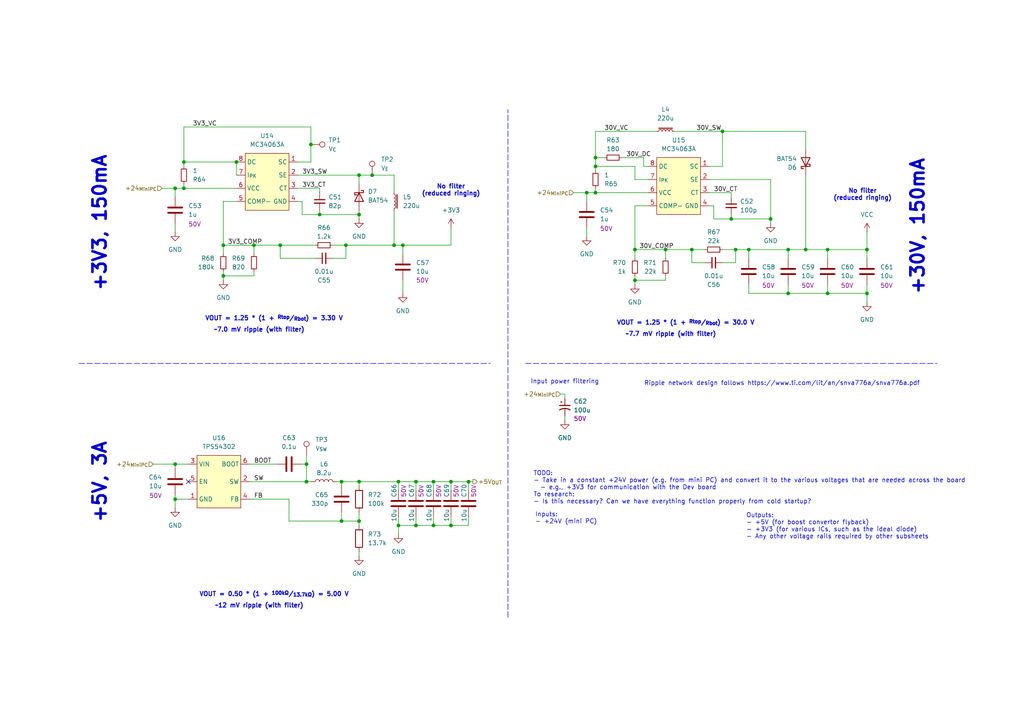
<source format=kicad_sch>
(kicad_sch (version 20250114) (generator "eeschema") (generator_version "9.0")
  (paper "A4")
  (title_block (title "Housekeeping Power Supplies") (date "2025-02-12") (rev "1") (company "UT Robomaster") (comment 1 "Robomaster"))
  (lib_symbols
    (symbol "! Robomaster ICs:MC34063A"
      (property "Reference" "U" (at 0 3.556 0))
      (property "Value" "MC34063A" (at 0 1.524 0))
      (symbol "MC34063A_1_1"
        (rectangle (start -6.35 0) (end 6.35 -16.51) (fill (type background)))
        (pin passive line (at -8.89 -2.54 0) (length 2.54) (name "DC") (number "8"))
        (pin input line (at -8.89 -6.35 0) (length 2.54) (name "I_{PK}") (number "7"))
        (pin power_in line (at -8.89 -10.16 0) (length 2.54) (name "VCC") (number "6"))
        (pin power_in line (at -8.89 -13.97 0) (length 2.54) (name "COMP-") (number "5"))
        (pin passive line (at 8.89 -2.54 180) (length 2.54) (name "SC") (number "1"))
        (pin passive line (at 8.89 -6.35 180) (length 2.54) (name "SE") (number "2"))
        (pin passive line (at 8.89 -10.16 180) (length 2.54) (name "CT") (number "3"))
        (pin power_in line (at 8.89 -13.97 180) (length 2.54) (name "GND") (number "4"))
      )
    )
    (symbol "! Robomaster ICs:TPS54302"
      (property "Reference" "U" (at 0 5.334 0))
      (property "Value" "TPS54302" (at 0 3.048 0))
      (symbol "TPS54302_1_1"
        (rectangle (start -6.35 -1.27) (end 6.35 -16.51) (fill (type background)))
        (pin power_in line (at -8.89 -3.81 0) (length 2.54) (name "VIN") (number "3"))
        (pin input line (at -8.89 -8.89 0) (length 2.54) (name "EN") (number "5"))
        (pin power_in line (at -8.89 -13.97 0) (length 2.54) (name "GND") (number "1"))
        (pin output line (at 8.89 -3.81 180) (length 2.54) (name "BOOT") (number "6"))
        (pin power_out line (at 8.89 -8.89 180) (length 2.54) (name "SW") (number "2"))
        (pin input line (at 8.89 -13.97 180) (length 2.54) (name "FB") (number "4"))
      )
    )
    (symbol "Connector:TestPoint" (pin_numbers (hide yes)) (pin_names (offset 0.762) (hide yes))
      (property "Reference" "TP" (at 0 6.858 0))
      (property "Value" "TestPoint" (at 0 5.08 0))
      (symbol "TestPoint_0_1"
        (circle (center 0 3.302) (radius 0.762))
      )
      (symbol "TestPoint_1_1"
        (pin passive line (at 0 0 90) (length 2.54) (name "1") (number "1"))
      )
    )
    (symbol "Device:C" (pin_numbers (hide yes)) (pin_names (offset 0.254))
      (property "Reference" "C" (at 0.635 2.54 0))
      (property "Value" "C" (at 0.635 -2.54 0))
      (symbol "C_0_1"
        (polyline (pts (xy -2.032 0.762) (xy 2.032 0.762)) (stroke (width 0.508)))
        (polyline (pts (xy -2.032 -0.762) (xy 2.032 -0.762)) (stroke (width 0.508)))
      )
      (symbol "C_1_1"
        (pin passive line (at 0 3.81 270) (length 2.794) (name "~") (number "1"))
        (pin passive line (at 0 -3.81 90) (length 2.794) (name "~") (number "2"))
      )
    )
    (symbol "Device:C_Polarized_Small_US" (pin_numbers (hide yes)) (pin_names (offset 0.254) (hide yes))
      (property "Reference" "C" (at 0.254 1.778 0))
      (property "Value" "C_Polarized_Small_US" (at 0.254 -2.032 0))
      (symbol "C_Polarized_Small_US_0_1"
        (polyline (pts (xy -1.524 0.508) (xy 1.524 0.508)) (stroke (width 0.3048)))
        (polyline (pts (xy -1.27 1.524) (xy -0.762 1.524)))
        (polyline (pts (xy -1.016 1.27) (xy -1.016 1.778)))
        (arc (start -1.524 -0.762) (mid 0 -0.3734) (end 1.524 -0.762) (stroke (width 0.3048)))
      )
      (symbol "C_Polarized_Small_US_1_1"
        (pin passive line (at 0 2.54 270) (length 2.032) (name "~") (number "1"))
        (pin passive line (at 0 -2.54 90) (length 2.032) (name "~") (number "2"))
      )
    )
    (symbol "Device:C_Small" (pin_numbers (hide yes)) (pin_names (offset 0.254) (hide yes))
      (property "Reference" "C" (at 0.254 1.778 0))
      (property "Value" "C_Small" (at 0.254 -2.032 0))
      (symbol "C_Small_0_1"
        (polyline (pts (xy -1.524 0.508) (xy 1.524 0.508)) (stroke (width 0.3048)))
        (polyline (pts (xy -1.524 -0.508) (xy 1.524 -0.508)) (stroke (width 0.3302)))
      )
      (symbol "C_Small_1_1"
        (pin passive line (at 0 2.54 270) (length 2.032) (name "~") (number "1"))
        (pin passive line (at 0 -2.54 90) (length 2.032) (name "~") (number "2"))
      )
    )
    (symbol "Device:D_Schottky" (pin_numbers (hide yes)) (pin_names (offset 1.016) (hide yes))
      (property "Reference" "D6" (at -0.3175 6.35 0))
      (property "Value" "BAT54" (at -0.3175 3.81 0))
      (symbol "D_Schottky_0_1"
        (polyline (pts (xy -1.905 0.635) (xy -1.905 1.27) (xy -1.27 1.27) (xy -1.27 -1.27) (xy -0.635 -1.27) (xy -0.635 -0.635)) (stroke (width 0.254)))
        (polyline (pts (xy 1.27 1.27) (xy 1.27 -1.27) (xy -1.27 0) (xy 1.27 1.27)) (stroke (width 0.254)))
        (polyline (pts (xy 1.27 0) (xy -1.27 0)))
      )
      (symbol "D_Schottky_1_1"
        (pin passive line (at -3.81 0 0) (length 2.54) (name "K") (number "3"))
        (pin passive line (at 3.81 0 180) (length 2.54) (name "A") (number "1"))
      )
    )
    (symbol "Device:L" (pin_numbers (hide yes)) (pin_names (offset 1.016) (hide yes))
      (property "Reference" "L" (at -1.27 0 90))
      (property "Value" "L" (at 1.905 0 90))
      (symbol "L_0_1"
        (arc (start 0 2.54) (mid 0.6323 1.905) (end 0 1.27))
        (arc (start 0 1.27) (mid 0.6323 0.635) (end 0 0))
        (arc (start 0 0) (mid 0.6323 -0.635) (end 0 -1.27))
        (arc (start 0 -1.27) (mid 0.6323 -1.905) (end 0 -2.54))
      )
      (symbol "L_1_1"
        (pin passive line (at 0 3.81 270) (length 1.27) (name "1") (number "1"))
        (pin passive line (at 0 -3.81 90) (length 1.27) (name "2") (number "2"))
      )
    )
    (symbol "Device:L_Iron_Small" (pin_numbers (hide yes)) (pin_names (offset 0.254) (hide yes))
      (property "Reference" "L" (at 1.27 1.016 0))
      (property "Value" "L_Iron_Small" (at 1.27 -1.27 0))
      (symbol "L_Iron_Small_0_1"
        (arc (start 0 2.032) (mid 0.5058 1.524) (end 0 1.016))
        (arc (start 0 1.016) (mid 0.5058 0.508) (end 0 0))
        (arc (start 0 0) (mid 0.5058 -0.508) (end 0 -1.016))
        (arc (start 0 -1.016) (mid 0.5058 -1.524) (end 0 -2.032))
        (polyline (pts (xy 0.762 2.032) (xy 0.762 -2.032)))
        (polyline (pts (xy 1.016 -2.032) (xy 1.016 2.032)))
      )
      (symbol "L_Iron_Small_1_1"
        (pin passive line (at 0 2.54 270) (length 0.508) (name "~") (number "1"))
        (pin passive line (at 0 -2.54 90) (length 0.508) (name "~") (number "2"))
      )
    )
    (symbol "Device:R" (pin_numbers (hide yes)) (pin_names (offset 0))
      (property "Reference" "R" (at 2.032 0 90))
      (property "Value" "R" (at 0 0 90))
      (symbol "R_0_1"
        (rectangle (start -1.016 -2.54) (end 1.016 2.54) (stroke (width 0.254)))
      )
      (symbol "R_1_1"
        (pin passive line (at 0 3.81 270) (length 1.27) (name "~") (number "1"))
        (pin passive line (at 0 -3.81 90) (length 1.27) (name "~") (number "2"))
      )
    )
    (symbol "Device:R_Small" (pin_numbers (hide yes)) (pin_names (offset 0.254) (hide yes))
      (property "Reference" "R" (at 0.762 0.508 0))
      (property "Value" "R_Small" (at 0.762 -1.016 0))
      (symbol "R_Small_0_1"
        (rectangle (start -0.762 1.778) (end 0.762 -1.778) (stroke (width 0.2032)))
      )
      (symbol "R_Small_1_1"
        (pin passive line (at 0 2.54 270) (length 0.762) (name "~") (number "1"))
        (pin passive line (at 0 -2.54 90) (length 0.762) (name "~") (number "2"))
      )
    )
    (symbol "power:+3V3" (power) (pin_numbers (hide yes)) (pin_names (offset 0) (hide yes))
      (property "Value" "+3V3" (at 0 3.556 0))
      (symbol "+3V3_0_1"
        (polyline (pts (xy -0.762 1.27) (xy 0 2.54)))
        (polyline (pts (xy 0 2.54) (xy 0.762 1.27)))
        (polyline (pts (xy 0 0) (xy 0 2.54)))
      )
      (symbol "+3V3_1_1"
        (pin power_in line (at 0 0 90) (length 0) (name "~") (number "1"))
      )
    )
    (symbol "power:GND" (power) (pin_numbers (hide yes)) (pin_names (offset 0) (hide yes))
      (property "Value" "GND" (at 0 -3.81 0))
      (symbol "GND_0_1"
        (polyline (pts (xy 0 0) (xy 0 -1.27) (xy 1.27 -1.27) (xy 0 -2.54) (xy -1.27 -1.27) (xy 0 -1.27)))
      )
      (symbol "GND_1_1"
        (pin power_in line (at 0 0 270) (length 0) (name "~") (number "1"))
      )
    )
    (symbol "power:VCC" (power) (pin_numbers (hide yes)) (pin_names (offset 0) (hide yes))
      (property "Value" "VCC" (at 0 3.556 0))
      (symbol "VCC_0_1"
        (polyline (pts (xy -0.762 1.27) (xy 0 2.54)))
        (polyline (pts (xy 0 2.54) (xy 0.762 1.27)))
        (polyline (pts (xy 0 0) (xy 0 2.54)))
      )
      (symbol "VCC_1_1"
        (pin power_in line (at 0 0 90) (length 0) (name "~") (number "1"))
      )
    )
  )
  (text "~12 mV ripple (with filter)" (at 75.184 175.768 0) (effects (font (size 1.27 1.27) (thickness 0.254) (bold yes))))
  (text "+5V, 3A" (at 26.67 139.954 90) (effects (font (size 3.81 3.81) (thickness 0.762) (bold yes)) (justify top)))
  (text "+3V3, 150mA" (at 26.67 64.77 90) (effects (font (size 3.81 3.81) (thickness 0.762) (bold yes)) (justify top)))
  (text "No filter\n(reduced ringing)" (at 250.19 56.515 0) (effects (font (size 1.27 1.27) (thickness 0.254) (bold yes))))
  (text "Outputs:\n- +5V (for boost convertor flyback)\n- +3V3 (for various ICs, such as the ideal diode)\n- Any other voltage rails required by other subsheets" (at 216.408 148.844 0) (effects (font (size 1.27 1.27)) (justify left top)))
  (text "VOUT = 1.25 * (1 + ^{Rtop}/_{Rbot}) = 30.0 V" (at 198.882 93.726 0) (effects (font (size 1.27 1.27) (thickness 0.254) (bold yes))))
  (text "Inputs:\n- +24V (mini PC)" (at 155.194 148.59 0) (effects (font (size 1.27 1.27)) (justify left top)))
  (text "~7.7 mV ripple (with filter)" (at 194.564 97.028 0) (effects (font (size 1.27 1.27) (thickness 0.254) (bold yes))))
  (text "TODO:\n- Take in a constant +24V power (e.g. from mini PC) and convert it to the various voltages that are needed across the board\n  - e.g., +3V3 for communication with the Dev board\nTo research:\n- Is this necessary? Can we have everything function properly from cold startup?" (at 154.686 136.652 0) (effects (font (size 1.27 1.27)) (justify left top)))
  (text "~7.0 mV ripple (with filter)" (at 75.184 95.758 0) (effects (font (size 1.27 1.27) (thickness 0.254) (bold yes))))
  (text "Ripple network design follows https://www.ti.com/lit/an/snva776a/snva776a.pdf" (at 226.822 111.252 0) (effects (font (size 1.27 1.27))))
  (text "Input power filtering" (at 163.83 111.506 0) (effects (font (size 1.27 1.27)) (justify bottom)))
  (text "VOUT = 1.25 * (1 + ^{Rtop}/_{Rbot}) = 3.30 V" (at 79.502 92.456 0) (effects (font (size 1.27 1.27) (thickness 0.254) (bold yes))))
  (text "No filter\n(reduced ringing)" (at 130.81 55.245 0) (effects (font (size 1.27 1.27) (thickness 0.254) (bold yes))))
  (text "VOUT = 0.50 * (1 + ^{100kΩ}/_{13.7kΩ}) = 5.00 V" (at 79.502 172.466 0) (effects (font (size 1.27 1.27) (thickness 0.254) (bold yes))))
  (text "+30V, 150mA" (at 263.906 65.786 90) (effects (font (size 3.81 3.81) (thickness 0.762) (bold yes)) (justify top)))
  (junction (at 251.46 85.09))
  (junction (at 200.66 72.39))
  (junction (at 172.72 45.72))
  (junction (at 193.04 72.39))
  (junction (at 213.36 72.39))
  (junction (at 53.34 46.99))
  (junction (at 170.18 55.88))
  (junction (at 125.73 152.4))
  (junction (at 81.28 71.12))
  (junction (at 135.89 139.7))
  (junction (at 115.57 139.7))
  (junction (at 130.81 139.7))
  (junction (at 114.3 71.12))
  (junction (at 64.77 71.12))
  (junction (at 184.15 81.28))
  (junction (at 212.09 63.5))
  (junction (at 88.9 134.62))
  (junction (at 115.57 152.4))
  (junction (at 104.14 62.23))
  (junction (at 209.55 38.1))
  (junction (at 50.8 144.78))
  (junction (at 184.15 72.39))
  (junction (at 104.14 50.8))
  (junction (at 130.81 152.4))
  (junction (at 99.06 139.7))
  (junction (at 217.17 72.39))
  (junction (at 223.52 63.5))
  (junction (at 50.8 54.61))
  (junction (at 104.14 139.7))
  (junction (at 240.03 85.09))
  (junction (at 172.72 48.26))
  (junction (at 240.03 72.39))
  (junction (at 233.68 72.39))
  (junction (at 90.17 41.91))
  (junction (at 228.6 72.39))
  (junction (at 68.58 46.99))
  (junction (at 88.9 139.7))
  (junction (at 73.66 71.12))
  (junction (at 100.33 71.12))
  (junction (at 228.6 85.09))
  (junction (at 120.65 139.7))
  (junction (at 53.34 54.61))
  (junction (at 92.71 62.23))
  (junction (at 125.73 139.7))
  (junction (at 99.06 151.13))
  (junction (at 64.77 80.01))
  (junction (at 104.14 151.13))
  (junction (at 116.84 71.12))
  (junction (at 120.65 152.4))
  (junction (at 107.95 50.8))
  (junction (at 50.8 134.62))
  (junction (at 172.72 55.88))
  (junction (at 251.46 72.39))
  (no_connect (at 54.61 139.7))
  (wire (pts (xy 170.18 55.88) (xy 172.72 55.88)))
  (wire (pts (xy 163.83 120.65) (xy 163.83 121.92)))
  (wire (pts (xy 212.09 57.15) (xy 212.09 55.88)))
  (wire (pts (xy 172.72 45.72) (xy 172.72 48.26)))
  (wire (pts (xy 100.33 71.12) (xy 114.3 71.12)))
  (polyline (pts (xy 22.86 105.41) (xy 142.24 105.41)) (stroke (width 0) (type dash)))
  (wire (pts (xy 114.3 55.88) (xy 114.3 50.8)))
  (wire (pts (xy 187.96 52.07) (xy 184.15 52.07)))
  (wire (pts (xy 200.66 76.2) (xy 200.66 72.39)))
  (wire (pts (xy 104.14 139.7) (xy 115.57 139.7)))
  (wire (pts (xy 99.06 139.7) (xy 99.06 140.97)))
  (wire (pts (xy 233.68 38.1) (xy 233.68 43.18)))
  (wire (pts (xy 170.18 55.88) (xy 170.18 58.42)))
  (wire (pts (xy 116.84 81.28) (xy 116.84 85.09)))
  (wire (pts (xy 217.17 72.39) (xy 217.17 74.93)))
  (wire (pts (xy 72.39 134.62) (xy 80.01 134.62)))
  (wire (pts (xy 172.72 38.1) (xy 172.72 45.72)))
  (wire (pts (xy 104.14 60.96) (xy 104.14 62.23)))
  (wire (pts (xy 205.74 52.07) (xy 223.52 52.07)))
  (wire (pts (xy 187.96 59.69) (xy 184.15 59.69)))
  (wire (pts (xy 162.56 114.3) (xy 163.83 114.3)))
  (wire (pts (xy 193.04 72.39) (xy 200.66 72.39)))
  (wire (pts (xy 114.3 71.12) (xy 116.84 71.12)))
  (wire (pts (xy 125.73 149.86) (xy 125.73 152.4)))
  (wire (pts (xy 88.9 132.08) (xy 88.9 134.62)))
  (wire (pts (xy 99.06 148.59) (xy 99.06 151.13)))
  (wire (pts (xy 193.04 81.28) (xy 184.15 81.28)))
  (wire (pts (xy 213.36 72.39) (xy 213.36 76.2)))
  (wire (pts (xy 130.81 152.4) (xy 135.89 152.4)))
  (wire (pts (xy 209.55 38.1) (xy 233.68 38.1)))
  (wire (pts (xy 114.3 60.96) (xy 114.3 71.12)))
  (wire (pts (xy 135.89 142.24) (xy 135.89 139.7)))
  (wire (pts (xy 53.34 36.83) (xy 53.34 46.99)))
  (wire (pts (xy 104.14 160.02) (xy 104.14 161.29)))
  (wire (pts (xy 68.58 46.99) (xy 68.58 50.8)))
  (wire (pts (xy 184.15 80.01) (xy 184.15 81.28)))
  (wire (pts (xy 125.73 139.7) (xy 130.81 139.7)))
  (wire (pts (xy 130.81 139.7) (xy 135.89 139.7)))
  (wire (pts (xy 44.45 134.62) (xy 50.8 134.62)))
  (wire (pts (xy 50.8 144.78) (xy 54.61 144.78)))
  (wire (pts (xy 135.89 139.7) (xy 137.16 139.7)))
  (wire (pts (xy 205.74 48.26) (xy 209.55 48.26)))
  (wire (pts (xy 90.17 36.83) (xy 53.34 36.83)))
  (wire (pts (xy 116.84 71.12) (xy 116.84 73.66)))
  (wire (pts (xy 180.34 45.72) (xy 186.69 45.72)))
  (wire (pts (xy 193.04 72.39) (xy 193.04 74.93)))
  (wire (pts (xy 73.66 71.12) (xy 73.66 73.66)))
  (wire (pts (xy 228.6 82.55) (xy 228.6 85.09)))
  (wire (pts (xy 135.89 152.4) (xy 135.89 149.86)))
  (wire (pts (xy 115.57 149.86) (xy 115.57 152.4)))
  (wire (pts (xy 205.74 59.69) (xy 207.01 59.69)))
  (wire (pts (xy 209.55 38.1) (xy 195.58 38.1)))
  (wire (pts (xy 50.8 144.78) (xy 50.8 147.32)))
  (wire (pts (xy 83.82 151.13) (xy 83.82 144.78)))
  (wire (pts (xy 228.6 72.39) (xy 228.6 74.93)))
  (wire (pts (xy 92.71 62.23) (xy 87.63 62.23)))
  (wire (pts (xy 130.81 71.12) (xy 130.81 66.04)))
  (wire (pts (xy 233.68 50.8) (xy 233.68 72.39)))
  (wire (pts (xy 228.6 72.39) (xy 233.68 72.39)))
  (wire (pts (xy 186.69 48.26) (xy 187.96 48.26)))
  (wire (pts (xy 240.03 85.09) (xy 251.46 85.09)))
  (wire (pts (xy 53.34 54.61) (xy 68.58 54.61)))
  (wire (pts (xy 92.71 54.61) (xy 86.36 54.61)))
  (wire (pts (xy 115.57 152.4) (xy 115.57 154.94)))
  (wire (pts (xy 91.44 74.93) (xy 81.28 74.93)))
  (wire (pts (xy 64.77 78.74) (xy 64.77 80.01)))
  (wire (pts (xy 184.15 48.26) (xy 172.72 48.26)))
  (wire (pts (xy 193.04 80.01) (xy 193.04 81.28)))
  (wire (pts (xy 212.09 63.5) (xy 207.01 63.5)))
  (wire (pts (xy 190.5 38.1) (xy 172.72 38.1)))
  (wire (pts (xy 251.46 82.55) (xy 251.46 85.09)))
  (wire (pts (xy 73.66 78.74) (xy 73.66 80.01)))
  (wire (pts (xy 88.9 139.7) (xy 90.17 139.7)))
  (wire (pts (xy 172.72 48.26) (xy 172.72 49.53)))
  (wire (pts (xy 87.63 134.62) (xy 88.9 134.62)))
  (wire (pts (xy 100.33 71.12) (xy 100.33 74.93)))
  (wire (pts (xy 184.15 81.28) (xy 184.15 82.55)))
  (wire (pts (xy 240.03 82.55) (xy 240.03 85.09)))
  (wire (pts (xy 99.06 151.13) (xy 83.82 151.13)))
  (wire (pts (xy 184.15 59.69) (xy 184.15 72.39)))
  (wire (pts (xy 115.57 139.7) (xy 120.65 139.7)))
  (wire (pts (xy 50.8 54.61) (xy 53.34 54.61)))
  (wire (pts (xy 120.65 149.86) (xy 120.65 152.4)))
  (wire (pts (xy 170.18 66.04) (xy 170.18 68.58)))
  (wire (pts (xy 213.36 72.39) (xy 217.17 72.39)))
  (wire (pts (xy 240.03 72.39) (xy 240.03 74.93)))
  (wire (pts (xy 72.39 144.78) (xy 83.82 144.78)))
  (wire (pts (xy 115.57 139.7) (xy 115.57 142.24)))
  (wire (pts (xy 251.46 72.39) (xy 251.46 74.93)))
  (wire (pts (xy 86.36 46.99) (xy 90.17 46.99)))
  (wire (pts (xy 96.52 71.12) (xy 100.33 71.12)))
  (wire (pts (xy 64.77 71.12) (xy 64.77 73.66)))
  (wire (pts (xy 213.36 76.2) (xy 209.55 76.2)))
  (wire (pts (xy 223.52 63.5) (xy 212.09 63.5)))
  (wire (pts (xy 120.65 152.4) (xy 125.73 152.4)))
  (wire (pts (xy 186.69 45.72) (xy 186.69 48.26)))
  (wire (pts (xy 81.28 74.93) (xy 81.28 71.12)))
  (wire (pts (xy 130.81 149.86) (xy 130.81 152.4)))
  (wire (pts (xy 251.46 85.09) (xy 251.46 87.63)))
  (wire (pts (xy 172.72 54.61) (xy 172.72 55.88)))
  (wire (pts (xy 46.99 54.61) (xy 50.8 54.61)))
  (wire (pts (xy 53.34 53.34) (xy 53.34 54.61)))
  (wire (pts (xy 50.8 134.62) (xy 50.8 135.89)))
  (wire (pts (xy 104.14 148.59) (xy 104.14 151.13)))
  (wire (pts (xy 72.39 139.7) (xy 88.9 139.7)))
  (wire (pts (xy 223.52 63.5) (xy 223.52 64.77)))
  (wire (pts (xy 184.15 52.07) (xy 184.15 48.26)))
  (wire (pts (xy 50.8 134.62) (xy 54.61 134.62)))
  (wire (pts (xy 73.66 80.01) (xy 64.77 80.01)))
  (wire (pts (xy 209.55 72.39) (xy 213.36 72.39)))
  (wire (pts (xy 212.09 62.23) (xy 212.09 63.5)))
  (wire (pts (xy 86.36 58.42) (xy 87.63 58.42)))
  (wire (pts (xy 104.14 139.7) (xy 104.14 140.97)))
  (wire (pts (xy 90.17 41.91) (xy 90.17 46.99)))
  (wire (pts (xy 217.17 85.09) (xy 228.6 85.09)))
  (wire (pts (xy 120.65 139.7) (xy 120.65 142.24)))
  (wire (pts (xy 209.55 38.1) (xy 209.55 48.26)))
  (wire (pts (xy 125.73 139.7) (xy 125.73 142.24)))
  (wire (pts (xy 64.77 58.42) (xy 64.77 71.12)))
  (wire (pts (xy 204.47 76.2) (xy 200.66 76.2)))
  (wire (pts (xy 99.06 151.13) (xy 104.14 151.13)))
  (wire (pts (xy 50.8 143.51) (xy 50.8 144.78)))
  (wire (pts (xy 184.15 72.39) (xy 193.04 72.39)))
  (wire (pts (xy 64.77 71.12) (xy 73.66 71.12)))
  (wire (pts (xy 92.71 55.88) (xy 92.71 54.61)))
  (wire (pts (xy 107.95 50.8) (xy 114.3 50.8)))
  (wire (pts (xy 100.33 74.93) (xy 96.52 74.93)))
  (wire (pts (xy 104.14 50.8) (xy 104.14 53.34)))
  (wire (pts (xy 184.15 72.39) (xy 184.15 74.93)))
  (wire (pts (xy 53.34 46.99) (xy 53.34 48.26)))
  (wire (pts (xy 104.14 50.8) (xy 107.95 50.8)))
  (wire (pts (xy 217.17 72.39) (xy 228.6 72.39)))
  (wire (pts (xy 120.65 139.7) (xy 125.73 139.7)))
  (polyline (pts (xy 147.32 179.07) (xy 147.32 31.75)) (stroke (width 0) (type dash)))
  (wire (pts (xy 251.46 72.39) (xy 251.46 67.31)))
  (wire (pts (xy 233.68 72.39) (xy 240.03 72.39)))
  (wire (pts (xy 240.03 72.39) (xy 251.46 72.39)))
  (wire (pts (xy 172.72 45.72) (xy 175.26 45.72)))
  (wire (pts (xy 64.77 80.01) (xy 64.77 81.28)))
  (wire (pts (xy 217.17 85.09) (xy 217.17 82.55)))
  (wire (pts (xy 68.58 58.42) (xy 64.77 58.42)))
  (wire (pts (xy 125.73 152.4) (xy 130.81 152.4)))
  (wire (pts (xy 92.71 60.96) (xy 92.71 62.23)))
  (wire (pts (xy 88.9 134.62) (xy 88.9 139.7)))
  (wire (pts (xy 104.14 50.8) (xy 86.36 50.8)))
  (wire (pts (xy 99.06 139.7) (xy 104.14 139.7)))
  (wire (pts (xy 50.8 64.77) (xy 50.8 67.31)))
  (wire (pts (xy 73.66 71.12) (xy 81.28 71.12)))
  (polyline (pts (xy 152.4 105.41) (xy 271.78 105.41)) (stroke (width 0) (type dash)))
  (wire (pts (xy 172.72 55.88) (xy 187.96 55.88)))
  (wire (pts (xy 130.81 139.7) (xy 130.81 142.24)))
  (wire (pts (xy 104.14 62.23) (xy 104.14 63.5)))
  (wire (pts (xy 163.83 114.3) (xy 163.83 115.57)))
  (wire (pts (xy 53.34 46.99) (xy 68.58 46.99)))
  (wire (pts (xy 212.09 55.88) (xy 205.74 55.88)))
  (wire (pts (xy 90.17 36.83) (xy 90.17 41.91)))
  (wire (pts (xy 104.14 151.13) (xy 104.14 152.4)))
  (wire (pts (xy 200.66 72.39) (xy 204.47 72.39)))
  (wire (pts (xy 116.84 71.12) (xy 130.81 71.12)))
  (wire (pts (xy 104.14 62.23) (xy 92.71 62.23)))
  (wire (pts (xy 97.79 139.7) (xy 99.06 139.7)))
  (wire (pts (xy 50.8 54.61) (xy 50.8 57.15)))
  (wire (pts (xy 115.57 152.4) (xy 120.65 152.4)))
  (wire (pts (xy 223.52 52.07) (xy 223.52 63.5)))
  (wire (pts (xy 81.28 71.12) (xy 91.44 71.12)))
  (wire (pts (xy 207.01 59.69) (xy 207.01 63.5)))
  (wire (pts (xy 87.63 58.42) (xy 87.63 62.23)))
  (wire (pts (xy 166.37 55.88) (xy 170.18 55.88)))
  (wire (pts (xy 228.6 85.09) (xy 240.03 85.09)))
  (label "30V_DC" (at 181.61 45.72 0))
  (label "3V3_COMP" (at 66.04 71.12 0))
  (label "3V3_CT" (at 87.63 54.61 0))
  (label "SW" (at 73.66 139.7 0))
  (label "30V_SW" (at 201.93 38.1 0))
  (label "FB" (at 73.66 144.78 0))
  (label "30V_VC" (at 175.26 38.1 0))
  (label "30V_COMP" (at 185.42 72.39 0))
  (label "30V_CT" (at 207.01 55.88 0))
  (label "3V3_SW" (at 87.63 50.8 0))
  (label "BOOT" (at 73.66 134.62 0))
  (label "3V3_VC" (at 55.88 36.83 0))
  (hierarchical_label "+5V_{OUT}" (shape output) (at 137.16 139.7 0))
  (hierarchical_label "+24_{MiniPC}" (shape input) (at 44.45 134.62 180))
  (hierarchical_label "+24_{MiniPC}" (shape input) (at 46.99 54.61 180))
  (hierarchical_label "+24_{MiniPC}" (shape input) (at 166.37 55.88 180))
  (hierarchical_label "+24_{MiniPC}" (shape input) (at 162.56 114.3 180))
  (symbol (lib_id "power:GND") (at 104.14 161.29 0) (unit 1)
    (property "Reference" "#PWR096" (effects (hide yes)))
    (property "Value" "GND" (at 104.14 166.37 0))
    (property "Description" "Power symbol creates a global label with name \"GND\" , ground" (effects (hide yes)))
  )
  (symbol (lib_id "power:+3V3") (at 130.81 66.04 0) (unit 1)
    (property "Reference" "#PWR085" (effects (hide yes)))
    (property "Value" "+3V3" (at 130.81 60.96 0))
    (property "Description" "Power symbol creates a global label with name \"+3V3\"" (effects (hide yes)))
    (instances (project "SupercapManager" (path "" (reference "#PWR085") (unit 1))) (project "SupercapManager" (path "" (reference "#PWR085") (unit 1))) (project "Housekeeping Rev1" (path "" (reference "#PWR015") (unit 1))))
  )
  (symbol (lib_id "Device:R_Small") (at 93.98 71.12 90) (unit 1)
    (property "Reference" "R66" (at 93.98 66.04 90))
    (property "Value" "1.2k" (at 93.98 68.58 90))
    (property "Footprint" "Resistor_SMD:R_0603_1608Metric_Pad0.98x0.95mm_HandSolder" (effects (hide yes)))
    (property "Datasheet" "https://www.mouser.com/datasheet/2/447/PYu_RT_1_to_0_01_RoHS_L_15-3461507.pdf" (effects (hide yes)))
    (property "Description" "Resistor, small symbol" (effects (hide yes)))
    (property "Mouser Part Number" "603-RT0603FRE133K6L" (effects (hide yes)))
    (instances (project "SupercapManager" (path "" (reference "R66") (unit 1))) (project "SupercapManager" (path "" (reference "R66") (unit 1))) (project "Housekeeping Rev1" (path "" (reference "R7") (unit 1))))
  )
  (symbol (lib_id "Device:C") (at 240.03 78.74 0) (unit 1)
    (property "Reference" "C60" (at 243.84 77.4699 0) (effects (justify left)))
    (property "Value" "10u" (at 243.84 80.0099 0) (effects (justify left)))
    (property "Footprint" "Capacitor_SMD:C_1206_3216Metric_Pad1.33x1.80mm_HandSolder" (effects (hide yes)))
    (property "Datasheet" "https://www.mouser.com/datasheet/2/585/MLCC-1837944.pdf" (effects (hide yes)))
    (property "Description" "Unpolarized capacitor" (effects (hide yes)))
    (property "Mouser Part Number" "187-CL31A106KBHNNNE" (effects (hide yes)))
    (property "Voltage Rating" "50V" (at 243.84 82.804 0) (effects (justify left)))
  )
  (symbol (lib_id "Device:D_Schottky") (at 233.68 46.99 90) (unit 1)
    (property "Reference" "D6" (at 231.14 48.5776 90) (effects (justify left)))
    (property "Value" "BAT54" (at 231.14 46.0376 90) (effects (justify left)))
    (property "Footprint" "Package_TO_SOT_SMD:SOT-23_Handsoldering" (effects (hide yes)))
    (property "Datasheet" "https://www.mouser.com/datasheet/2/1057/BAT54_SERIES-1868856.pdf" (effects (hide yes)))
    (property "Description" "Schottky diode" (effects (hide yes)))
    (property "Mouser Part Number" "241-BAT54_R1_00001" (effects (hide yes)))
  )
  (symbol (lib_id "power:GND") (at 184.15 82.55 0) (unit 1)
    (property "Reference" "#PWR090" (effects (hide yes)))
    (property "Value" "GND" (at 184.15 87.63 0))
    (property "Description" "Power symbol creates a global label with name \"GND\" , ground" (effects (hide yes)))
  )
  (symbol (lib_id "Device:L") (at 93.98 139.7 90) (unit 1)
    (property "Reference" "L6" (at 93.98 134.62 90))
    (property "Value" "8.2u" (at 93.98 137.16 90))
    (property "Footprint" "Inductor_SMD:L_10.4x10.4_H4.8" (effects (hide yes)))
    (property "Datasheet" "https://www.mouser.com/datasheet/2/87/eaton_dr1050_shielded_power_inductors_data_sheet-1608442.pdf" (effects (hide yes)))
    (property "Description" "Inductor" (effects (hide yes)))
    (property "Mouser Part Number" "704-DR1050-8R2-R" (effects (hide yes)))
  )
  (symbol (lib_id "power:GND") (at 116.84 85.09 0) (unit 1)
    (property "Reference" "#PWR091" (effects (hide yes)))
    (property "Value" "GND" (at 116.84 90.17 0))
    (property "Description" "Power symbol creates a global label with name \"GND\" , ground" (effects (hide yes)))
    (instances (project "SupercapManager" (path "" (reference "#PWR091") (unit 1))) (project "SupercapManager" (path "" (reference "#PWR091") (unit 1))) (project "Housekeeping Rev1" (path "" (reference "#PWR020") (unit 1))))
  )
  (symbol (lib_id "Device:C") (at 251.46 78.74 0) (unit 1)
    (property "Reference" "C61" (at 255.27 77.4699 0) (effects (justify left)))
    (property "Value" "10u" (at 255.27 80.0099 0) (effects (justify left)))
    (property "Footprint" "Capacitor_SMD:C_1206_3216Metric_Pad1.33x1.80mm_HandSolder" (effects (hide yes)))
    (property "Datasheet" "https://www.mouser.com/datasheet/2/585/MLCC-1837944.pdf" (effects (hide yes)))
    (property "Description" "Unpolarized capacitor" (effects (hide yes)))
    (property "Mouser Part Number" "187-CL31A106KBHNNNE" (effects (hide yes)))
    (property "Voltage Rating" "50V" (at 255.27 82.804 0) (effects (justify left)))
  )
  (symbol (lib_id "Device:R") (at 104.14 156.21 0) (unit 1)
    (property "Reference" "R73" (at 106.68 154.9399 0) (effects (justify left)))
    (property "Value" "13.7k" (at 106.68 157.4799 0) (effects (justify left)))
    (property "Footprint" "Resistor_SMD:R_0603_1608Metric_Pad0.98x0.95mm_HandSolder" (effects (hide yes)))
    (property "Description" "Resistor" (effects (hide yes)))
  )
  (symbol (lib_id "Device:R_Small") (at 53.34 50.8 0) (mirror x) (unit 1)
    (property "Reference" "R64" (at 55.88 52.0701 0) (effects (justify left)))
    (property "Value" "1" (at 55.88 49.5301 0) (effects (justify left)))
    (property "Footprint" "Resistor_SMD:R_0603_1608Metric_Pad0.98x0.95mm_HandSolder" (effects (hide yes)))
    (property "Datasheet" "https://industrial.panasonic.com/cdbs/www-data/pdf/RDN0000/AOA0000C313.pdf" (effects (hide yes)))
    (property "Description" "Resistor, small symbol" (effects (hide yes)))
    (property "Mouser Part Number" "652-CR0603-F/1R00ELF" (effects (hide yes)))
  )
  (symbol (lib_id "Device:C") (at 135.89 146.05 0) (unit 1)
    (property "Reference" "C70" (at 134.62 144.272 90) (effects (justify left)))
    (property "Value" "10u" (at 134.62 147.574 90) (effects (justify right)))
    (property "Footprint" "Capacitor_SMD:C_1206_3216Metric_Pad1.33x1.80mm_HandSolder" (effects (hide yes)))
    (property "Datasheet" "https://www.mouser.com/datasheet/2/585/MLCC-1837944.pdf" (effects (hide yes)))
    (property "Description" "Unpolarized capacitor" (effects (hide yes)))
    (property "Mouser Part Number" "187-CL31A106KBHNNNE" (effects (hide yes)))
    (property "Voltage Rating" "50V" (at 137.414 144.272 90) (effects (justify left)))
  )
  (symbol (lib_id "Device:C_Polarized_Small_US") (at 163.83 118.11 0) (unit 1)
    (property "Reference" "C62" (at 166.37 116.4081 0) (effects (justify left)))
    (property "Value" "100u" (at 166.37 118.9481 0) (effects (justify left)))
    (property "Footprint" "Capacitor_THT:CP_Radial_D8.0mm_P3.50mm" (effects (hide yes)))
    (property "Datasheet" "https://www.we-online.com/components/products/datasheet/860010674014.pdf" (effects (hide yes)))
    (property "Description" "Polarized capacitor, small US symbol" (effects (hide yes)))
    (property "Mouser Part Number" "710-860010674014" (effects (hide yes)))
    (property "Voltage Rating" "50V" (at 166.37 121.412 0) (effects (justify left)))
    (instances (project "SupercapManager" (path "" (reference "C62") (unit 1))) (project "SupercapManager" (path "" (reference "C62") (unit 1))) (project "Housekeeping Rev1" (path "" (reference "C2") (unit 1))))
  )
  (symbol (lib_id "power:GND") (at 50.8 147.32 0) (unit 1)
    (property "Reference" "#PWR094" (effects (hide yes)))
    (property "Value" "GND" (at 50.8 152.4 0))
    (property "Description" "Power symbol creates a global label with name \"GND\" , ground" (effects (hide yes)))
  )
  (symbol (lib_id "Device:C") (at 130.81 146.05 0) (unit 1)
    (property "Reference" "C69" (at 129.54 144.272 90) (effects (justify left)))
    (property "Value" "10u" (at 129.54 147.574 90) (effects (justify right)))
    (property "Footprint" "Capacitor_SMD:C_1206_3216Metric_Pad1.33x1.80mm_HandSolder" (effects (hide yes)))
    (property "Datasheet" "https://www.mouser.com/datasheet/2/585/MLCC-1837944.pdf" (effects (hide yes)))
    (property "Description" "Unpolarized capacitor" (effects (hide yes)))
    (property "Mouser Part Number" "187-CL31A106KBHNNNE" (effects (hide yes)))
    (property "Voltage Rating" "50V" (at 132.334 144.272 90) (effects (justify left)))
  )
  (symbol (lib_id "Device:C_Small") (at 207.01 76.2 90) (mirror x) (unit 1)
    (property "Reference" "C56" (at 207.0163 82.55 90))
    (property "Value" "0.01u" (at 207.0163 80.01 90))
    (property "Footprint" "Capacitor_SMD:C_0603_1608Metric_Pad1.08x0.95mm_HandSolder" (effects (hide yes)))
    (property "Description" "Unpolarized capacitor, small symbol" (effects (hide yes)))
  )
  (symbol (lib_id "power:GND") (at 223.52 64.77 0) (unit 1)
    (property "Reference" "#PWR084" (effects (hide yes)))
    (property "Value" "GND" (at 223.52 69.85 0))
    (property "Description" "Power symbol creates a global label with name \"GND\" , ground" (effects (hide yes)))
  )
  (symbol (lib_id "Device:R") (at 104.14 144.78 0) (unit 1)
    (property "Reference" "R72" (at 106.68 143.5099 0) (effects (justify left)))
    (property "Value" "100k" (at 106.68 146.0499 0) (effects (justify left)))
    (property "Footprint" "Resistor_SMD:R_0603_1608Metric_Pad0.98x0.95mm_HandSolder" (effects (hide yes)))
    (property "Description" "Resistor" (effects (hide yes)))
  )
  (symbol (lib_id "! Robomaster ICs:MC34063A") (at 196.85 45.72 0) (unit 1)
    (property "Reference" "U15" (at 196.85 40.64 0))
    (property "Value" "MC34063A" (at 196.85 43.18 0))
    (property "Footprint" "Package_SO:SOIC-8_3.9x4.9mm_P1.27mm" (effects (hide yes)))
    (property "Datasheet" "https://www.ti.com/lit/gpn/mc34063a" (effects (hide yes)))
    (property "Description" "1.5-A boost, buck, inverting switching regulator, operation from 0°C to 70°C" (effects (hide yes)))
    (property "Mouser Part Number" "595-MC34063ADR" (effects (hide yes)))
  )
  (symbol (lib_id "Connector:TestPoint") (at 90.17 41.91 270) (unit 1)
    (property "Reference" "TP1" (at 95.25 40.6399 90) (effects (justify left)))
    (property "Value" "V_{C}" (at 95.25 43.1799 90) (effects (justify left)))
    (property "Footprint" "TestPoint:TestPoint_Bridge_Pitch2.0mm_Drill0.7mm" (effects (hide yes)))
    (property "Description" "test point" (effects (hide yes)))
  )
  (symbol (lib_id "Device:R_Small") (at 207.01 72.39 90) (unit 1)
    (property "Reference" "R67" (at 207.01 67.31 90))
    (property "Value" "22k" (at 207.01 69.85 90))
    (property "Footprint" "Resistor_SMD:R_0603_1608Metric_Pad0.98x0.95mm_HandSolder" (effects (hide yes)))
    (property "Datasheet" "https://www.mouser.com/datasheet/2/447/PYu_RT_1_to_0_01_RoHS_L_15-3461507.pdf" (effects (hide yes)))
    (property "Description" "Resistor, small symbol" (effects (hide yes)))
  )
  (symbol (lib_id "Device:D_Schottky") (at 104.14 57.15 270) (unit 1)
    (property "Reference" "D7" (at 106.68 55.5624 90) (effects (justify left)))
    (property "Value" "BAT54" (at 106.68 58.1024 90) (effects (justify left)))
    (property "Footprint" "Package_TO_SOT_SMD:SOT-23_Handsoldering" (effects (hide yes)))
    (property "Datasheet" "https://www.mouser.com/datasheet/2/1057/BAT54_SERIES-1868856.pdf" (effects (hide yes)))
    (property "Description" "Schottky diode" (effects (hide yes)))
    (property "Mouser Part Number" "241-BAT54_R1_00001" (effects (hide yes)))
    (instances (project "SupercapManager" (path "" (reference "D7") (unit 1))) (project "SupercapManager" (path "" (reference "D7") (unit 1))) (project "Housekeeping Rev1" (path "" (reference "D1") (unit 1))))
  )
  (symbol (lib_id "power:GND") (at 251.46 87.63 0) (unit 1)
    (property "Reference" "#PWR092" (effects (hide yes)))
    (property "Value" "GND" (at 251.46 92.71 0))
    (property "Description" "Power symbol creates a global label with name \"GND\" , ground" (effects (hide yes)))
  )
  (symbol (lib_id "power:GND") (at 115.57 154.94 0) (unit 1)
    (property "Reference" "#PWR095" (effects (hide yes)))
    (property "Value" "GND" (at 115.57 160.02 0))
    (property "Description" "Power symbol creates a global label with name \"GND\" , ground" (effects (hide yes)))
  )
  (symbol (lib_id "Device:C_Small") (at 92.71 58.42 0) (unit 1)
    (property "Reference" "C51" (at 95.25 57.1562 0) (effects (justify left)))
    (property "Value" "82p" (at 95.25 59.6962 0) (effects (justify left)))
    (property "Footprint" "Capacitor_SMD:C_0603_1608Metric_Pad1.08x0.95mm_HandSolder" (effects (hide yes)))
    (property "Description" "Unpolarized capacitor, small symbol" (effects (hide yes)))
  )
  (symbol (lib_id "Device:C") (at 115.57 146.05 0) (unit 1)
    (property "Reference" "C66" (at 114.3 144.272 90) (effects (justify left)))
    (property "Value" "10u" (at 114.3 147.574 90) (effects (justify right)))
    (property "Footprint" "Capacitor_SMD:C_1206_3216Metric_Pad1.33x1.80mm_HandSolder" (effects (hide yes)))
    (property "Datasheet" "https://www.mouser.com/datasheet/2/585/MLCC-1837944.pdf" (effects (hide yes)))
    (property "Description" "Unpolarized capacitor" (effects (hide yes)))
    (property "Mouser Part Number" "187-CL31A106KBHNNNE" (effects (hide yes)))
    (property "Voltage Rating" "50V" (at 117.094 144.272 90) (effects (justify left)))
  )
  (symbol (lib_id "power:GND") (at 170.18 68.58 0) (unit 1)
    (property "Reference" "#PWR088" (effects (hide yes)))
    (property "Value" "GND" (at 170.18 73.66 0))
    (property "Description" "Power symbol creates a global label with name \"GND\" , ground" (effects (hide yes)))
  )
  (symbol (lib_id "power:GND") (at 163.83 121.92 0) (unit 1)
    (property "Reference" "#PWR093" (effects (hide yes)))
    (property "Value" "GND" (at 163.83 127 0))
    (property "Description" "Power symbol creates a global label with name \"GND\" , ground" (effects (hide yes)))
    (instances (project "SupercapManager" (path "" (reference "#PWR093") (unit 1))) (project "SupercapManager" (path "" (reference "#PWR093") (unit 1))) (project "Housekeeping Rev1" (path "" (reference "#PWR014") (unit 1))))
  )
  (symbol (lib_id "Device:R_Small") (at 177.8 45.72 90) (unit 1)
    (property "Reference" "R63" (at 177.8 40.64 90))
    (property "Value" "180" (at 177.8 43.18 90))
    (property "Footprint" "Resistor_SMD:R_0603_1608Metric_Pad0.98x0.95mm_HandSolder" (effects (hide yes)))
    (property "Datasheet" "https://www.mouser.com/datasheet/2/447/PYu_RT_1_to_0_01_RoHS_L_15-3461507.pdf" (effects (hide yes)))
    (property "Description" "Resistor, small symbol" (effects (hide yes)))
  )
  (symbol (lib_id "power:GND") (at 104.14 63.5 0) (unit 1)
    (property "Reference" "#PWR083" (effects (hide yes)))
    (property "Value" "GND" (at 104.14 68.58 0))
    (property "Description" "Power symbol creates a global label with name \"GND\" , ground" (effects (hide yes)))
    (instances (project "SupercapManager" (path "" (reference "#PWR083") (unit 1))) (project "SupercapManager" (path "" (reference "#PWR083") (unit 1))) (project "Housekeeping Rev1" (path "" (reference "#PWR013") (unit 1))))
  )
  (symbol (lib_id "Device:R_Small") (at 73.66 76.2 0) (mirror y) (unit 1)
    (property "Reference" "R69" (at 71.12 74.9299 0) (effects (justify left)))
    (property "Value" "820" (at 71.12 77.4699 0) (effects (justify left)))
    (property "Footprint" "Resistor_SMD:R_0603_1608Metric_Pad0.98x0.95mm_HandSolder" (effects (hide yes)))
    (property "Datasheet" "https://www.rohm.com/datasheet?p=ESR03EZPJ&dist=Mouser&media=referral&source=mouser.com&campaign=Mouser" (effects (hide yes)))
    (property "Description" "Resistor, small symbol" (effects (hide yes)))
    (instances (project "SupercapManager" (path "" (reference "R69") (unit 1))) (project "SupercapManager" (path "" (reference "R69") (unit 1))) (project "Housekeeping Rev1" (path "" (reference "R10") (unit 1))))
  )
  (symbol (lib_id "Device:C") (at 217.17 78.74 0) (unit 1)
    (property "Reference" "C58" (at 220.98 77.4699 0) (effects (justify left)))
    (property "Value" "10u" (at 220.98 80.0099 0) (effects (justify left)))
    (property "Footprint" "Capacitor_SMD:C_1206_3216Metric_Pad1.33x1.80mm_HandSolder" (effects (hide yes)))
    (property "Datasheet" "https://www.mouser.com/datasheet/2/585/MLCC-1837944.pdf" (effects (hide yes)))
    (property "Description" "Unpolarized capacitor" (effects (hide yes)))
    (property "Mouser Part Number" "187-CL31A106KBHNNNE" (effects (hide yes)))
    (property "Voltage Rating" "50V" (at 220.98 82.804 0) (effects (justify left)))
  )
  (symbol (lib_id "Device:C") (at 228.6 78.74 0) (unit 1)
    (property "Reference" "C59" (at 232.41 77.4699 0) (effects (justify left)))
    (property "Value" "10u" (at 232.41 80.0099 0) (effects (justify left)))
    (property "Footprint" "Capacitor_SMD:C_1206_3216Metric_Pad1.33x1.80mm_HandSolder" (effects (hide yes)))
    (property "Datasheet" "https://www.mouser.com/datasheet/2/585/MLCC-1837944.pdf" (effects (hide yes)))
    (property "Description" "Unpolarized capacitor" (effects (hide yes)))
    (property "Mouser Part Number" "187-CL31A106KBHNNNE" (effects (hide yes)))
    (property "Voltage Rating" "50V" (at 232.41 82.804 0) (effects (justify left)))
  )
  (symbol (lib_id "Device:L_Iron_Small") (at 193.04 38.1 90) (unit 1)
    (property "Reference" "L4" (at 193.04 31.75 90))
    (property "Value" "220u" (at 193.04 34.29 90))
    (property "Footprint" "! Robomaster Passives:ASPIAIGS6055221MT" (effects (hide yes)))
    (property "Datasheet" "https://www.mouser.com/datasheet/2/3/ASPIAIG_S_series-1774797.pdf" (effects (hide yes)))
    (property "Description" "Inductor with iron core, small symbol" (effects (hide yes)))
    (property "Mouser Part Number" "815-ASPIAIGS6055221T" (effects (hide yes)))
  )
  (symbol (lib_id "power:GND") (at 64.77 81.28 0) (unit 1)
    (property "Reference" "#PWR089" (effects (hide yes)))
    (property "Value" "GND" (at 64.77 86.36 0))
    (property "Description" "Power symbol creates a global label with name \"GND\" , ground" (effects (hide yes)))
    (instances (project "SupercapManager" (path "" (reference "#PWR089") (unit 1))) (project "SupercapManager" (path "" (reference "#PWR089") (unit 1))) (project "Housekeeping Rev1" (path "" (reference "#PWR019") (unit 1))))
  )
  (symbol (lib_id "! Robomaster ICs:MC34063A") (at 77.47 44.45 0) (unit 1)
    (property "Reference" "U14" (at 77.47 39.37 0))
    (property "Value" "MC34063A" (at 77.47 41.91 0))
    (property "Footprint" "Package_SO:SOIC-8_3.9x4.9mm_P1.27mm" (effects (hide yes)))
    (property "Datasheet" "https://www.ti.com/lit/gpn/mc34063a" (effects (hide yes)))
    (property "Description" "1.5-A boost, buck, inverting switching regulator, operation from 0°C to 70°C" (effects (hide yes)))
    (property "Mouser Part Number" "595-MC34063ADR" (effects (hide yes)))
  )
  (symbol (lib_id "Device:R_Small") (at 172.72 52.07 0) (mirror x) (unit 1)
    (property "Reference" "R65" (at 175.26 53.3401 0) (effects (justify left)))
    (property "Value" "1" (at 175.26 50.8001 0) (effects (justify left)))
    (property "Footprint" "Resistor_SMD:R_0603_1608Metric_Pad0.98x0.95mm_HandSolder" (effects (hide yes)))
    (property "Datasheet" "https://industrial.panasonic.com/cdbs/www-data/pdf/RDN0000/AOA0000C313.pdf" (effects (hide yes)))
    (property "Description" "Resistor, small symbol" (effects (hide yes)))
    (property "Mouser Part Number" "652-CR0603-F/1R00ELF" (effects (hide yes)))
  )
  (symbol (lib_id "power:VCC") (at 251.46 67.31 0) (unit 1)
    (property "Reference" "#PWR087" (effects (hide yes)))
    (property "Value" "VCC" (at 251.46 62.23 0))
    (property "Description" "Power symbol creates a global label with name \"VCC\"" (effects (hide yes)))
  )
  (symbol (lib_id "Connector:TestPoint") (at 88.9 132.08 0) (unit 1)
    (property "Reference" "TP3" (at 91.44 127.5079 0) (effects (justify left)))
    (property "Value" "V_{SW}" (at 91.44 130.0479 0) (effects (justify left)))
    (property "Footprint" "TestPoint:TestPoint_Bridge_Pitch2.0mm_Drill0.7mm" (effects (hide yes)))
    (property "Description" "test point" (effects (hide yes)))
  )
  (symbol (lib_id "Device:C") (at 50.8 139.7 0) (mirror y) (unit 1)
    (property "Reference" "C64" (at 46.99 138.4299 0) (effects (justify left)))
    (property "Value" "10u" (at 46.99 140.9699 0) (effects (justify left)))
    (property "Footprint" "Capacitor_SMD:C_1206_3216Metric_Pad1.33x1.80mm_HandSolder" (effects (hide yes)))
    (property "Datasheet" "https://www.mouser.com/datasheet/2/585/MLCC-1837944.pdf" (effects (hide yes)))
    (property "Description" "Unpolarized capacitor" (effects (hide yes)))
    (property "Mouser Part Number" "187-CL31A106KBHNNNE" (effects (hide yes)))
    (property "Voltage Rating" "50V" (at 46.99 143.764 0) (effects (justify left)))
  )
  (symbol (lib_id "Device:C") (at 116.84 77.47 0) (unit 1)
    (property "Reference" "C57" (at 120.65 76.1999 0) (effects (justify left)))
    (property "Value" "10u" (at 120.65 78.7399 0) (effects (justify left)))
    (property "Footprint" "Capacitor_SMD:C_1206_3216Metric_Pad1.33x1.80mm_HandSolder" (effects (hide yes)))
    (property "Datasheet" "https://www.mouser.com/datasheet/2/585/MLCC-1837944.pdf" (effects (hide yes)))
    (property "Description" "Unpolarized capacitor" (effects (hide yes)))
    (property "Mouser Part Number" "187-CL31A106KBHNNNE" (effects (hide yes)))
    (property "Voltage Rating" "50V" (at 120.65 81.28 0) (effects (justify left)))
  )
  (symbol (lib_id "Device:C") (at 99.06 144.78 0) (unit 1)
    (property "Reference" "C65" (at 95.25 143.5099 0) (effects (justify right)))
    (property "Value" "330p" (at 95.25 146.0499 0) (effects (justify right)))
    (property "Footprint" "Capacitor_SMD:C_0603_1608Metric_Pad1.08x0.95mm_HandSolder" (effects (hide yes)))
    (property "Description" "Unpolarized capacitor" (effects (hide yes)))
  )
  (symbol (lib_id "Device:C") (at 170.18 62.23 0) (unit 1)
    (property "Reference" "C54" (at 173.99 60.9599 0) (effects (justify left)))
    (property "Value" "1u" (at 173.99 63.4999 0) (effects (justify left)))
    (property "Footprint" "Capacitor_SMD:C_0603_1608Metric_Pad1.08x0.95mm_HandSolder" (effects (hide yes)))
    (property "Datasheet" "https://www.mouser.com/datasheet/2/447/KEM_C1006_X5R_SMD-3316465.pdf" (effects (hide yes)))
    (property "Description" "Unpolarized capacitor" (effects (hide yes)))
    (property "Mouser Part Number" "963-UMK107BJ105KA-T" (effects (hide yes)))
    (property "Voltage Rating" "50V" (at 173.99 66.294 0) (effects (justify left)))
  )
  (symbol (lib_id "Device:C") (at 83.82 134.62 90) (mirror x) (unit 1)
    (property "Reference" "C63" (at 83.82 127 90))
    (property "Value" "0.1u" (at 83.82 129.54 90))
    (property "Footprint" "Capacitor_SMD:C_0603_1608Metric_Pad1.08x0.95mm_HandSolder" (effects (hide yes)))
    (property "Description" "Unpolarized capacitor" (effects (hide yes)))
  )
  (symbol (lib_id "Device:C") (at 125.73 146.05 0) (unit 1)
    (property "Reference" "C68" (at 124.46 144.272 90) (effects (justify left)))
    (property "Value" "10u" (at 124.46 147.574 90) (effects (justify right)))
    (property "Footprint" "Capacitor_SMD:C_1206_3216Metric_Pad1.33x1.80mm_HandSolder" (effects (hide yes)))
    (property "Datasheet" "https://www.mouser.com/datasheet/2/585/MLCC-1837944.pdf" (effects (hide yes)))
    (property "Description" "Unpolarized capacitor" (effects (hide yes)))
    (property "Mouser Part Number" "187-CL31A106KBHNNNE" (effects (hide yes)))
    (property "Voltage Rating" "50V" (at 127.254 144.272 90) (effects (justify left)))
  )
  (symbol (lib_id "Device:L_Iron_Small") (at 114.3 58.42 0) (unit 1)
    (property "Reference" "L5" (at 116.84 57.1499 0) (effects (justify left)))
    (property "Value" "220u" (at 116.84 59.6899 0) (effects (justify left)))
    (property "Footprint" "! Robomaster Passives:ASPIAIGS6055221MT" (effects (hide yes)))
    (property "Datasheet" "https://www.mouser.com/datasheet/2/3/ASPIAIG_S_series-1774797.pdf" (effects (hide yes)))
    (property "Description" "Inductor with iron core, small symbol" (effects (hide yes)))
    (property "Mouser Part Number" "815-ASPIAIGS6055221T" (effects (hide yes)))
    (instances (project "SupercapManager" (path "" (reference "L5") (unit 1))) (project "SupercapManager" (path "" (reference "L5") (unit 1))) (project "Housekeeping Rev1" (path "" (reference "L1") (unit 1))))
  )
  (symbol (lib_id "! Robomaster ICs:TPS54302") (at 63.5 130.81 0) (unit 1)
    (property "Reference" "U16" (at 63.5 127 0))
    (property "Value" "TPS54302" (at 63.5 129.54 0))
    (property "Footprint" "Package_TO_SOT_SMD:SOT-23-6_Handsoldering" (effects (hide yes)))
    (property "Datasheet" "https://www.ti.com/lit/ds/symlink/tps54302.pdf" (effects (hide yes)))
    (property "Description" "4.5-V to 28-V Input, 3-A Output, EMI-Friendly Synchronous Step-Down Converter" (effects (hide yes)))
    (property "Mouser Part Number" "595-TPS54302DDCR" (effects (hide yes)))
  )
  (symbol (lib_id "Device:R_Small") (at 193.04 77.47 0) (mirror y) (unit 1)
    (property "Reference" "R71" (at 190.5 76.1999 0) (effects (justify left)))
    (property "Value" "22k" (at 190.5 78.7399 0) (effects (justify left)))
    (property "Footprint" "Resistor_SMD:R_0603_1608Metric_Pad0.98x0.95mm_HandSolder" (effects (hide yes)))
    (property "Datasheet" "https://www.rohm.com/datasheet?p=ESR03EZPJ&dist=Mouser&media=referral&source=mouser.com&campaign=Mouser" (effects (hide yes)))
    (property "Description" "Resistor, small symbol" (effects (hide yes)))
  )
  (symbol (lib_id "power:GND") (at 50.8 67.31 0) (unit 1)
    (property "Reference" "#PWR086" (effects (hide yes)))
    (property "Value" "GND" (at 50.8 72.39 0))
    (property "Description" "Power symbol creates a global label with name \"GND\" , ground" (effects (hide yes)))
    (instances (project "SupercapManager" (path "" (reference "#PWR086") (unit 1))) (project "SupercapManager" (path "" (reference "#PWR086") (unit 1))) (project "Housekeeping Rev1" (path "" (reference "#PWR034") (unit 1))))
  )
  (symbol (lib_id "Device:R_Small") (at 64.77 76.2 0) (mirror y) (unit 1)
    (property "Reference" "R68" (at 62.23 74.9299 0) (effects (justify left)))
    (property "Value" "180k" (at 62.23 77.4699 0) (effects (justify left)))
    (property "Footprint" "Resistor_SMD:R_0603_1608Metric_Pad0.98x0.95mm_HandSolder" (effects (hide yes)))
    (property "Datasheet" "https://www.rohm.com/datasheet?p=ESR03EZPJ&dist=Mouser&media=referral&source=mouser.com&campaign=Mouser" (effects (hide yes)))
    (property "Description" "Resistor, small symbol" (effects (hide yes)))
    (instances (project "SupercapManager" (path "" (reference "R68") (unit 1))) (project "SupercapManager" (path "" (reference "R68") (unit 1))) (project "Housekeeping Rev1" (path "" (reference "R9") (unit 1))))
  )
  (symbol (lib_id "Device:C") (at 120.65 146.05 0) (unit 1)
    (property "Reference" "C67" (at 119.38 144.272 90) (effects (justify left)))
    (property "Value" "10u" (at 119.38 147.574 90) (effects (justify right)))
    (property "Footprint" "Capacitor_SMD:C_1206_3216Metric_Pad1.33x1.80mm_HandSolder" (effects (hide yes)))
    (property "Datasheet" "https://www.mouser.com/datasheet/2/585/MLCC-1837944.pdf" (effects (hide yes)))
    (property "Description" "Unpolarized capacitor" (effects (hide yes)))
    (property "Mouser Part Number" "187-CL31A106KBHNNNE" (effects (hide yes)))
    (property "Voltage Rating" "50V" (at 122.174 144.272 90) (effects (justify left)))
  )
  (symbol (lib_id "Device:R_Small") (at 184.15 77.47 0) (mirror y) (unit 1)
    (property "Reference" "R70" (at 181.61 76.1999 0) (effects (justify left)))
    (property "Value" "1k" (at 181.61 78.7399 0) (effects (justify left)))
    (property "Footprint" "Resistor_SMD:R_0603_1608Metric_Pad0.98x0.95mm_HandSolder" (effects (hide yes)))
    (property "Datasheet" "https://www.rohm.com/datasheet?p=ESR03EZPJ&dist=Mouser&media=referral&source=mouser.com&campaign=Mouser" (effects (hide yes)))
    (property "Description" "Resistor, small symbol" (effects (hide yes)))
    (property "Mouser Part Number" "755-ESR03EZPJ222" (effects (hide yes)))
  )
  (symbol (lib_id "Device:C_Small") (at 93.98 74.93 90) (mirror x) (unit 1)
    (property "Reference" "C55" (at 93.9863 81.28 90))
    (property "Value" "0.01u" (at 93.9863 78.74 90))
    (property "Footprint" "Capacitor_SMD:C_0603_1608Metric_Pad1.08x0.95mm_HandSolder" (effects (hide yes)))
    (property "Description" "Unpolarized capacitor, small symbol" (effects (hide yes)))
    (instances (project "SupercapManager" (path "" (reference "C55") (unit 1))) (project "SupercapManager" (path "" (reference "C55") (unit 1))) (project "Housekeeping Rev1" (path "" (reference "C5") (unit 1))))
  )
  (symbol (lib_id "Device:C") (at 50.8 60.96 0) (unit 1)
    (property "Reference" "C53" (at 54.61 59.6899 0) (effects (justify left)))
    (property "Value" "1u" (at 54.61 62.2299 0) (effects (justify left)))
    (property "Footprint" "Capacitor_SMD:C_0603_1608Metric_Pad1.08x0.95mm_HandSolder" (effects (hide yes)))
    (property "Datasheet" "https://www.mouser.com/datasheet/2/447/KEM_C1006_X5R_SMD-3316465.pdf" (effects (hide yes)))
    (property "Description" "Unpolarized capacitor" (effects (hide yes)))
    (property "Mouser Part Number" "963-UMK107BJ105KA-T" (effects (hide yes)))
    (property "Voltage Rating" "50V" (at 54.61 65.024 0) (effects (justify left)))
    (instances (project "SupercapManager" (path "" (reference "C53") (unit 1))) (project "SupercapManager" (path "" (reference "C53") (unit 1))) (project "Housekeeping Rev1" (path "" (reference "C20") (unit 1))))
  )
  (symbol (lib_id "Device:C_Small") (at 212.09 59.69 0) (unit 1)
    (property "Reference" "C52" (at 214.63 58.4262 0) (effects (justify left)))
    (property "Value" "100p" (at 214.63 60.9662 0) (effects (justify left)))
    (property "Footprint" "Capacitor_SMD:C_0603_1608Metric_Pad1.08x0.95mm_HandSolder" (effects (hide yes)))
    (property "Description" "Unpolarized capacitor, small symbol" (effects (hide yes)))
  )
  (symbol (lib_id "Connector:TestPoint") (at 107.95 50.8 0) (unit 1)
    (property "Reference" "TP2" (at 110.49 46.2279 0) (effects (justify left)))
    (property "Value" "V_{E}" (at 110.49 48.7679 0) (effects (justify left)))
    (property "Footprint" "TestPoint:TestPoint_Bridge_Pitch2.0mm_Drill0.7mm" (effects (hide yes)))
    (property "Description" "test point" (effects (hide yes)))
    (instances (project "SupercapManager" (path "" (reference "TP2") (unit 1))) (project "SupercapManager" (path "" (reference "TP2") (unit 1))) (project "Housekeeping Rev1" (path "" (reference "TP3") (unit 1))))
  )
)
</source>
